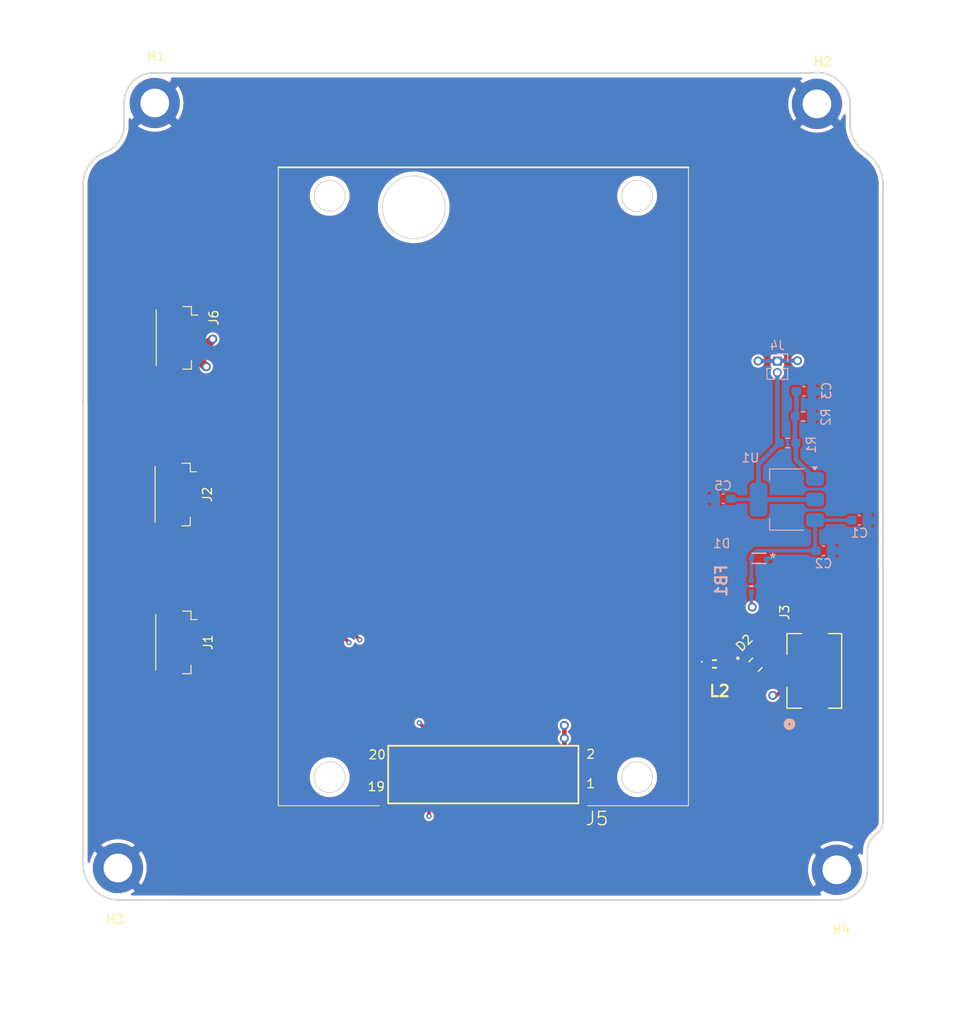
<source format=kicad_pcb>
(kicad_pcb (version 20241229) (generator "pcbnew") (generator_version "9.0")
  (layers (0 "F.Cu" signal "TOP") (4 "In1.Cu" signal) (6 "In2.Cu" signal) (2 "B.Cu" signal "BOTTOM") (13 "F.Paste" user "Top Paste") (15 "B.Paste" user "Bottom Paste") (5 "F.SilkS" user "Top Overlay") (7 "B.SilkS" user "Bottom Overlay") (1 "F.Mask" user "Top Solder") (3 "B.Mask" user "Bottom Solder") (25 "Edge.Cuts" user))
  (net 0 "")
  (net 1 "GND")
  (net 2 "Net-(D1-A2)")
  (net 3 "Net-(U1-ADJ)")
  (net 4 "Net-(J4-Pin_2)")
  (net 5 "/VBUS")
  (net 6 "/RXD1")
  (net 7 "/TXD1")
  (net 9 "/RXD2")
  (net 11 "/TXD2")
  (net 13 "/3V3")
  (net 14 "/D1_P")
  (net 15 "/D1_N")
  (net 16 "/CAN2TX")
  (net 17 "/PPS")
  (net 18 "/EVENT2_CAN1TX")
  (net 19 "/CAN2RX")
  (net 20 "/PV")
  (net 21 "/EVENT1_TXD3")
  (net 22 "/nRESET_IN")
  (net 23 "/VARF_CAN1RX")
  (net 25 "/D2_N")
  (net 26 "/D2_P")
  (footprint "MountingHole:MountingHole_3.2mm_M3_DIN965_Pad" (layer "F.Cu") (at 410.757117 248.356148)
    (property "Reference" "H2" (at 0.641017 -4.7 0) (layer "F.SilkS"))
    (property "Value" "MountingHole_Pad")
    (pad "1" thru_hole circle (at 0 0) (size 5.6 5.6) (drill 3.2) (layers "*.Cu" "*.Mask") (net 1 "GND"))
  )
  (footprint "MountingHole:MountingHole_3.2mm_M3_DIN965_Pad" (layer "F.Cu") (at 332.870117 333.456148)
    (property "Reference" "H3" (at -0.3 5.7 0) (layer "F.SilkS"))
    (property "Value" "MountingHole_Pad")
    (pad "1" thru_hole circle (at 0 0) (size 5.6 5.6) (drill 3.2) (layers "*.Cu" "*.Mask") (net 1 "GND"))
  )
  (footprint "Connector_Molex:Molex_PicoBlade_53398-0471_1x04-1MP_P1.25mm_Vertical" (layer "F.Cu") (at 339.7161 291.858605 -90)
    (property "Reference" "J2" (at 0 -3.11 90) (layer "F.SilkS"))
    (property "Value" "Conn_01x04_Pin")
    (fp_line (start -3.115 2.71) (end 3.115 2.71) (stroke (width 0.12)) (layer "F.SilkS"))
    (fp_line (start -3.485 -0.26) (end -3.485 -1.21) (stroke (width 0.12)) (layer "F.SilkS"))
    (fp_line (start 3.485 -0.26) (end 3.485 -1.21) (stroke (width 0.12)) (layer "F.SilkS"))
    (fp_line (start -3.485 -1.21) (end -2.535 -1.21) (stroke (width 0.12)) (layer "F.SilkS"))
    (fp_line (start -2.535 -1.21) (end -2.535 -1.9) (stroke (width 0.12)) (layer "F.SilkS"))
    (fp_line (start 3.485 -1.21) (end 2.535 -1.21) (stroke (width 0.12)) (layer "F.SilkS"))
    (pad "1" smd roundrect (at -1.875 -1.25 270) (size 0.8 1.3) (layers "F.Cu" "F.Mask" "F.Paste") (net 1 "GND"))
    (pad "2" smd roundrect (at -0.625 -1.25 270) (size 0.8 1.3) (layers "F.Cu" "F.Mask" "F.Paste") (net 11 "/TXD2"))
    (pad "3" smd roundrect (at 0.625 -1.25 270) (size 0.8 1.3) (layers "F.Cu" "F.Mask" "F.Paste") (net 9 "/RXD2"))
    (pad "4" smd roundrect (at 1.875 -1.25 270) (size 0.8 1.3) (layers "F.Cu" "F.Mask" "F.Paste"))
    (pad "MP" smd roundrect (at -4.425 1.5 270) (size 2.1 3) (layers "F.Cu" "F.Mask" "F.Paste") (roundrect_rratio 0.119048))
    (pad "MP" smd roundrect (at 4.425 1.5 270) (size 2.1 3) (layers "F.Cu" "F.Mask" "F.Paste") (roundrect_rratio 0.119048))
  )
  (footprint "MountingHole:MountingHole_3.2mm_M3_DIN965_Pad" (layer "F.Cu") (at 412.970117 333.656148)
    (property "Reference" "H4" (at 0.5 6.6 0) (layer "F.SilkS"))
    (property "Value" "MountingHole_Pad")
    (pad "1" thru_hole circle (at 0 0) (size 5.6 5.6) (drill 3.2) (layers "*.Cu" "*.Mask") (net 1 "GND"))
  )
  (footprint "spacelab_lib:744230900" (layer "F.Cu") (at 399.3361 310.733605 -90)
    (property "Reference" "L2" (at 3.01 -0.57 0) (layer "F.SilkS") (effects (font (size 1.27 1.27) (thickness 0.254))))
    (property "Value" "L_Iron_Coupled_1243" (hide yes))
    (fp_line (start -0.300001 1.4) (end -0.300001 1.4) (stroke (width 0.1)) (layer "F.SilkS"))
    (fp_line (start -0.2 1.4) (end -0.2 1.4) (stroke (width 0.1)) (layer "F.SilkS"))
    (fp_line (start -0.425 -0.2) (end -0.425 0.2) (stroke (width 0.2)) (layer "F.SilkS"))
    (fp_line (start 0.425 -0.2) (end 0.425 0.2) (stroke (width 0.2)) (layer "F.SilkS"))
    (fp_arc (start -0.300001 1.4) (mid -0.25 1.35) (end -0.2 1.4) (stroke (width 0.1)) (layer "F.SilkS"))
    (fp_arc (start -0.2 1.4) (mid -0.25 1.45) (end -0.300001 1.4) (stroke (width 0.1)) (layer "F.SilkS"))
    (pad "1" smd rect (at -0.25 0.725 270) (size 0.25 0.85) (layers "F.Cu" "F.Mask" "F.Paste") (net 26 "/D2_P"))
    (pad "2" smd rect (at -0.25 -0.725 270) (size 0.25 0.85) (layers "F.Cu" "F.Mask" "F.Paste") (net 14 "/D1_P"))
    (pad "3" smd rect (at 0.25 -0.725 270) (size 0.25 0.85) (layers "F.Cu" "F.Mask" "F.Paste") (net 15 "/D1_N"))
    (pad "4" smd rect (at 0.25 0.725 270) (size 0.25 0.85) (layers "F.Cu" "F.Mask" "F.Paste") (net 25 "/D2_N"))
  )
  (footprint "Connector_Molex:Molex_PicoBlade_53398-0471_1x04-1MP_P1.25mm_Vertical" (layer "F.Cu") (at 339.8461 274.408605 -90)
    (property "Reference" "J6" (at -2.25 -3.705 90) (layer "F.SilkS"))
    (property "Value" "Conn_01x04_Pin")
    (fp_line (start -3.115 2.71) (end 3.115 2.71) (stroke (width 0.12)) (layer "F.SilkS"))
    (fp_line (start -3.485 -0.26) (end -3.485 -1.21) (stroke (width 0.12)) (layer "F.SilkS"))
    (fp_line (start 3.485 -0.26) (end 3.485 -1.21) (stroke (width 0.12)) (layer "F.SilkS"))
    (fp_line (start -3.485 -1.21) (end -2.535 -1.21) (stroke (width 0.12)) (layer "F.SilkS"))
    (fp_line (start -2.535 -1.21) (end -2.535 -1.9) (stroke (width 0.12)) (layer "F.SilkS"))
    (fp_line (start 3.485 -1.21) (end 2.535 -1.21) (stroke (width 0.12)) (layer "F.SilkS"))
    (pad "1" smd roundrect (at -1.875 -1.25 270) (size 0.8 1.3) (layers "F.Cu" "F.Mask" "F.Paste") (net 1 "GND"))
    (pad "2" smd roundrect (at -0.625 -1.25 270) (size 0.8 1.3) (layers "F.Cu" "F.Mask" "F.Paste") (net 1 "GND"))
    (pad "3" smd roundrect (at 0.625 -1.25 270) (size 0.8 1.3) (layers "F.Cu" "F.Mask" "F.Paste") (net 13 "/3V3"))
    (pad "4" smd roundrect (at 1.875 -1.25 270) (size 0.8 1.3) (layers "F.Cu" "F.Mask" "F.Paste") (net 13 "/3V3"))
    (pad "MP" smd roundrect (at -4.425 1.5 270) (size 2.1 3) (layers "F.Cu" "F.Mask" "F.Paste") (roundrect_rratio 0.119048))
    (pad "MP" smd roundrect (at 4.425 1.5 270) (size 2.1 3) (layers "F.Cu" "F.Mask" "F.Paste") (roundrect_rratio 0.119048))
  )
  (footprint "spacelab_lib:CONN_10104110-0001LF_AMP" (layer "F.Cu") (at 410.467101 311.503605 90)
    (property "Reference" "J3" (at 6.510001 -3.311 90) (layer "F.SilkS"))
    (property "Value" "USB_B_Micro")
    (fp_line (start 4.1529 -3.048) (end 1.83594 -3.048) (stroke (width 0.1524)) (layer "F.SilkS"))
    (fp_line (start -1.83594 -3.048) (end -4.1529 -3.048) (stroke (width 0.1524)) (layer "F.SilkS"))
    (fp_line (start -4.1529 -3.048) (end -4.1529 -1.409441) (stroke (width 0.1524)) (layer "F.SilkS"))
    (fp_line (start 4.1529 -1.409441) (end 4.1529 -3.048) (stroke (width 0.1524)) (layer "F.SilkS"))
    (fp_line (start -4.1529 1.567439) (end -4.1529 3.048) (stroke (width 0.1524)) (layer "F.SilkS"))
    (fp_line (start 4.1529 3.048) (end 4.1529 1.567439) (stroke (width 0.1524)) (layer "F.SilkS"))
    (fp_line (start -4.1529 3.048) (end 4.1529 3.048) (stroke (width 0.1524)) (layer "F.SilkS"))
    (fp_circle (center -5.9309 -2.770999) (end -5.5499 -2.771) (stroke (width 0.508)) (fill no) (layer "F.SilkS"))
    (fp_circle (center -5.9309 -2.770999) (end -5.5499 -2.771) (stroke (width 0.508)) (fill no) (layer "B.SilkS"))
    (pad "1" smd rect (at -1.3 -2.771 90) (size 0.4064 1.397) (layers "F.Cu" "F.Mask" "F.Paste") (net 5 "/VBUS"))
    (pad "2" smd rect (at -0.649999 -2.771 90) (size 0.4064 1.397) (layers "F.Cu" "F.Mask" "F.Paste") (net 15 "/D1_N"))
    (pad "3" smd rect (at 0 -2.771 90) (size 0.4064 1.397) (layers "F.Cu" "F.Mask" "F.Paste") (net 14 "/D1_P"))
    (pad "4" smd rect (at 0.649999 -2.771 90) (size 0.4064 1.397) (layers "F.Cu" "F.Mask" "F.Paste"))
    (pad "5" smd rect (at 1.3 -2.771 90) (size 0.4064 1.397) (layers "F.Cu" "F.Mask" "F.Paste") (net 1 "GND"))
    (pad "6" smd rect (at -3.75 0.078999 180) (size 2.3114 1.905) (layers "F.Cu" "F.Mask" "F.Paste") (net 1 "GND"))
    (pad "7" smd rect (at 3.75 0.078999 180) (size 2.3114 1.905) (layers "F.Cu" "F.Mask" "F.Paste"))
    (pad "8" smd rect (at -1.15 0.078999 180) (size 1.8034 1.905) (layers "F.Cu" "F.Mask" "F.Paste"))
    (pad "9" smd rect (at 1.15 0.078999 180) (size 1.8034 1.905) (layers "F.Cu" "F.Mask" "F.Paste"))
  )
  (footprint "spacelab_lib:SOT-723_0P85X1P25_ONS-M" (layer "F.Cu") (at 403.726067 310.993638 -45)
    (property "Reference" "D2" (at -2.6 -1.1 45) (layer "F.SilkS"))
    (property "Value" "NUP2105L")
    (fp_line (start -0.7493 -0.5461) (end -0.7493 0.040397) (stroke (width 0.1524)) (layer "F.SilkS"))
    (fp_line (start 0.7493 0.040397) (end 0.7493 -0.5461) (stroke (width 0.1524)) (layer "F.SilkS"))
    (fp_circle (center -1.8923 0.6223) (end -1.7653 0.6223) (stroke (width 0.1524)) (fill no) (layer "F.SilkS"))
    (pad "1" smd rect (at -0.399999 0.622301 315) (size 0.3302 0.6096) (layers "F.Cu" "F.Mask" "F.Paste") (net 14 "/D1_P"))
    (pad "2" smd rect (at 0.399999 0.622301 315) (size 0.3302 0.6096) (layers "F.Cu" "F.Mask" "F.Paste") (net 15 "/D1_N"))
    (pad "3" smd rect (at 0 -0.622301 315) (size 0.3302 0.6096) (layers "F.Cu" "F.Mask" "F.Paste") (net 1 "GND"))
  )
  (footprint "Connector_Molex:Molex_PicoBlade_53398-0471_1x04-1MP_P1.25mm_Vertical" (layer "F.Cu") (at 339.7961 308.328605 -90)
    (property "Reference" "J1" (at 0 -3.11 90) (layer "F.SilkS"))
    (property "Value" "Conn_01x04_Pin")
    (fp_line (start -3.115 2.71) (end 3.115 2.71) (stroke (width 0.12)) (layer "F.SilkS"))
    (fp_line (start -3.485 -0.26) (end -3.485 -1.21) (stroke (width 0.12)) (layer "F.SilkS"))
    (fp_line (start 3.485 -0.26) (end 3.485 -1.21) (stroke (width 0.12)) (layer "F.SilkS"))
    (fp_line (start -3.485 -1.21) (end -2.535 -1.21) (stroke (width 0.12)) (layer "F.SilkS"))
    (fp_line (start -2.535 -1.21) (end -2.535 -1.9) (stroke (width 0.12)) (layer "F.SilkS"))
    (fp_line (start 3.485 -1.21) (end 2.535 -1.21) (stroke (width 0.12)) (layer "F.SilkS"))
    (pad "1" smd roundrect (at -1.875 -1.25 270) (size 0.8 1.3) (layers "F.Cu" "F.Mask" "F.Paste") (net 1 "GND"))
    (pad "2" smd roundrect (at -0.625 -1.25 270) (size 0.8 1.3) (layers "F.Cu" "F.Mask" "F.Paste") (net 6 "/RXD1"))
    (pad "3" smd roundrect (at 0.625 -1.25 270) (size 0.8 1.3) (layers "F.Cu" "F.Mask" "F.Paste") (net 7 "/TXD1"))
    (pad "4" smd roundrect (at 1.875 -1.25 270) (size 0.8 1.3) (layers "F.Cu" "F.Mask" "F.Paste"))
    (pad "MP" smd roundrect (at -4.425 1.5 270) (size 2.1 3) (layers "F.Cu" "F.Mask" "F.Paste") (roundrect_rratio 0.119048))
    (pad "MP" smd roundrect (at 4.425 1.5 270) (size 2.1 3) (layers "F.Cu" "F.Mask" "F.Paste") (roundrect_rratio 0.119048))
  )
  (footprint "spacelab_lib:SAMTEC-SQW-110-01-X-D-VS" (layer "F.Cu") (at 373.58135 323.051606 180)
    (property "Reference" "J5" (at -12.6675 -4.89651 180) (layer "F.SilkS") (effects (font (size 1.5 1.5))))
    (property "Value" "Conn_01x20_Socket")
    (fp_line (start 10.599 3.20901) (end 10.599 -3.20901) (stroke (width 0.2)) (layer "F.SilkS"))
    (fp_line (start 10.599 -3.20901) (end -10.599 -3.20901) (stroke (width 0.2)) (layer "F.SilkS"))
    (fp_line (start -10.599 3.20901) (end 10.599 3.20901) (stroke (width 0.2)) (layer "F.SilkS"))
    (fp_line (start -10.599 -3.20901) (end -10.599 3.20901) (stroke (width 0.2)) (layer "F.SilkS"))
    (fp_text user "1" (at -11.969 -1.003 180) (layer "F.SilkS"))
    (fp_text user "19" (at 11.91525 -1.341999 180) (layer "F.SilkS"))
    (fp_text user "20" (at 11.82525 2.208001 180) (layer "F.SilkS"))
    (fp_text user "2" (at -11.969 2.27299 180) (layer "F.SilkS"))
    (pad "1" smd rect (at -9.00001 -1.638 180) (size 1.016 2.24) (layers "F.Cu" "F.Paste"))
    (pad "2" smd rect (at -9.00001 1.638 180) (size 1.016 2.24) (layers "F.Cu" "F.Paste") (net 13 "/3V3"))
    (pad "3" smd rect (at -7.00001 -1.638 180) (size 1.016 2.24) (layers "F.Cu" "F.Paste") (net 25 "/D2_N"))
    (pad "4" smd rect (at -7.00001 1.638 180) (size 1.016 2.24) (layers "F.Cu" "F.Paste") (net 26 "/D2_P"))
    (pad "5" smd rect (at -4.99999 -1.638 180) (size 1.016 2.24) (layers "F.Cu" "F.Paste") (net 22 "/nRESET_IN"))
    (pad "6" smd rect (at -4.99999 1.638 180) (size 1.016 2.24) (layers "F.Cu" "F.Paste") (net 23 "/VARF_CAN1RX"))
    (pad "7" smd rect (at -2.99999 -1.638 180) (size 1.016 2.24) (layers "F.Cu" "F.Paste") (net 18 "/EVENT2_CAN1TX"))
    (pad "8" smd rect (at -2.99999 1.638 180) (size 1.016 2.24) (layers "F.Cu" "F.Paste") (net 19 "/CAN2RX"))
    (pad "9" smd rect (at -0.999998 -1.638 180) (size 1.016 2.24) (layers "F.Cu" "F.Paste") (net 21 "/EVENT1_TXD3"))
    (pad "10" smd rect (at -0.999998 1.638 180) (size 1.016 2.24) (layers "F.Cu" "F.Paste") (net 1 "GND"))
    (pad "11" smd rect (at 0.999998 -1.638 180) (size 1.016 2.24) (layers "F.Cu" "F.Paste") (net 7 "/TXD1"))
    (pad "12" smd rect (at 0.999998 1.638 180) (size 1.016 2.24) (layers "F.Cu" "F.Paste") (net 6 "/RXD1"))
    (pad "13" smd rect (at 2.99999 -1.638 180) (size 1.016 2.24) (layers "F.Cu" "F.Paste") (net 1 "GND"))
    (pad "14" smd rect (at 2.99999 1.638 180) (size 1.016 2.24) (layers "F.Cu" "F.Paste") (net 11 "/TXD2"))
    (pad "15" smd rect (at 4.99999 -1.638 180) (size 1.016 2.24) (layers "F.Cu" "F.Paste") (net 9 "/RXD2"))
    (pad "16" smd rect (at 4.99999 1.638 180) (size 1.016 2.24) (layers "F.Cu" "F.Paste") (net 1 "GND"))
    (pad "17" smd rect (at 7.00001 -1.638 180) (size 1.016 2.24) (layers "F.Cu" "F.Paste") (net 20 "/PV"))
    (pad "18" smd rect (at 7.00001 1.638 180) (size 1.016 2.24) (layers "F.Cu" "F.Paste") (net 1 "GND"))
    (pad "19" smd rect (at 9.00001 -1.638 180) (size 1.016 2.24) (layers "F.Cu" "F.Paste") (net 17 "/PPS"))
    (pad "20" smd rect (at 9.00001 1.638 180) (size 1.016 2.24) (layers "F.Cu" "F.Paste") (net 16 "/CAN2TX"))
  )
  (footprint "MountingHole:MountingHole_3.2mm_M3_DIN965_Pad" (layer "F.Cu") (at 336.970117 248.256148)
    (property "Reference" "H1" (at 0.110983 -5.2 0) (layer "F.SilkS"))
    (property "Value" "MountingHole_Pad")
    (pad "1" thru_hole circle (at 0 0) (size 5.6 5.6) (drill 3.2) (layers "*.Cu" "*.Mask") (net 1 "GND"))
  )
  (footprint "Capacitor_SMD:C_0603_1608Metric_Pad1.08x0.95mm_HandSolder" (layer "B.Cu") (at 400.296101 292.318605 180)
    (property "Reference" "C5" (at 0 1.43 0) (layer "B.SilkS") (effects (justify mirror)))
    (property "Value" "100uF")
    (fp_line (start -0.146267 0.51) (end 0.146267 0.51) (stroke (width 0.12)) (layer "B.SilkS"))
    (fp_line (start -0.146267 -0.51) (end 0.146267 -0.51) (stroke (width 0.12)) (layer "B.SilkS"))
    (pad "1" smd roundrect (at -0.862501 0 180) (size 1.075 0.95) (layers "B.Cu" "B.Mask" "B.Paste") (net 4 "Net-(J4-Pin_2)"))
    (pad "2" smd roundrect (at 0.862501 0 180) (size 1.075 0.95) (layers "B.Cu" "B.Mask" "B.Paste") (net 1 "GND"))
  )
  (footprint "spacelab_lib:BEADC1005X55N" (layer "B.Cu") (at 403.446101 302.068605 90)
    (property "Reference" "FB1" (at 0.6 -3.35 90) (layer "B.SilkS") (effects (font (size 1.27 1.27) (thickness 0.254)) (justify mirror)))
    (property "Value" "MMZ1005B800CTD25" (hide yes))
    (fp_line (start 0 0.15) (end 0 -0.15) (stroke (width 0.2)) (layer "B.SilkS"))
    (pad "1" smd rect (at -0.649999 0 90) (size 0.55 0.6) (layers "B.Cu" "B.Mask" "B.Paste") (net 5 "/VBUS"))
    (pad "2" smd rect (at 0.649999 0 90) (size 0.55 0.6) (layers "B.Cu" "B.Mask" "B.Paste") (net 2 "Net-(D1-A2)"))
  )
  (footprint "Capacitor_SMD:C_0603_1608Metric_Pad1.08x0.95mm_HandSolder" (layer "B.Cu") (at 411.4961 298.118605)
    (property "Reference" "C2" (at 0 1.43 0) (layer "B.SilkS") (effects (justify mirror)))
    (property "Value" "10uF")
    (fp_line (start -0.146267 -0.51) (end 0.146267 -0.51) (stroke (width 0.12)) (layer "B.SilkS"))
    (fp_line (start -0.146267 0.51) (end 0.146267 0.51) (stroke (width 0.12)) (layer "B.SilkS"))
    (pad "1" smd roundrect (at -0.862501 0) (size 1.075 0.95) (layers "B.Cu" "B.Mask" "B.Paste") (net 2 "Net-(D1-A2)"))
    (pad "2" smd roundrect (at 0.862501 0) (size 1.075 0.95) (layers "B.Cu" "B.Mask" "B.Paste") (net 1 "GND"))
  )
  (footprint "Resistor_SMD:R_0603_1608Metric_Pad0.98x0.95mm_HandSolder" (layer "B.Cu") (at 407.496099 286.118605)
    (property "Reference" "R1" (at 2.630001 0.205 90) (layer "B.SilkS") (effects (justify mirror)))
    (property "Value" "120" (hide yes))
    (fp_line (start -0.254724 -0.5225) (end 0.254724 -0.5225) (stroke (width 0.12)) (layer "B.SilkS"))
    (fp_line (start -0.254724 0.5225) (end 0.254724 0.5225) (stroke (width 0.12)) (layer "B.SilkS"))
    (pad "1" smd roundrect (at -0.9125 0) (size 0.975 0.95) (layers "B.Cu" "B.Mask" "B.Paste") (net 4 "Net-(J4-Pin_2)"))
    (pad "2" smd roundrect (at 0.9125 0) (size 0.975 0.95) (layers "B.Cu" "B.Mask" "B.Paste") (net 3 "Net-(U1-ADJ)"))
  )
  (footprint "Package_TO_SOT_SMD:SOT-223-3_TabPin2" (layer "B.Cu") (at 407.3961 292.418607 180)
    (property "Reference" "U1" (at 4.05 4.65 0) (layer "B.SilkS") (effects (justify mirror)))
    (property "Value" "LM1117MP-ADJ")
    (fp_line (start 1.91 3.41) (end 1.91 2.150001) (stroke (width 0.12)) (layer "B.SilkS"))
    (fp_line (start 1.91 -3.41) (end 1.91 -2.150001) (stroke (width 0.12)) (layer "B.SilkS"))
    (fp_line (start -1.85 3.410001) (end 1.91 3.41) (stroke (width 0.12)) (layer "B.SilkS"))
    (fp_line (start -1.85 -3.410001) (end 1.91 -3.41) (stroke (width 0.12)) (layer "B.SilkS"))
    (fp_poly (pts (xy -3.13 3.31) (xy -3.37 3.64) (xy -2.89 3.64) (xy -3.13 3.31)) (stroke (width 0.12)) (fill yes) (layer "B.SilkS"))
    (pad "1" smd roundrect (at -3.15 2.3 180) (size 2 1.5) (layers "B.Cu" "B.Mask" "B.Paste") (net 3 "Net-(U1-ADJ)"))
    (pad "2" smd roundrect (at -3.149999 0 180) (size 2 1.5) (layers "B.Cu" "B.Mask" "B.Paste") (net 4 "Net-(J4-Pin_2)"))
    (pad "2" smd roundrect (at 3.149999 0 180) (size 2 3.8) (layers "B.Cu" "B.Mask" "B.Paste") (net 4 "Net-(J4-Pin_2)"))
    (pad "3" smd roundrect (at -3.15 -2.3 180) (size 2 1.5) (layers "B.Cu" "B.Mask" "B.Paste") (net 2 "Net-(D1-A2)"))
  )
  (footprint "Capacitor_SMD:C_0603_1608Metric_Pad1.08x0.95mm_HandSolder" (layer "B.Cu") (at 409.3261 280.363605)
    (property "Reference" "C3" (at 2.517502 -0.07 90) (layer "B.SilkS") (effects (justify mirror)))
    (property "Value" "10uF")
    (fp_line (start -0.146267 -0.51) (end 0.146267 -0.51) (stroke (width 0.12)) (layer "B.SilkS"))
    (fp_line (start -0.146267 0.51) (end 0.146267 0.51) (stroke (width 0.12)) (layer "B.SilkS"))
    (pad "1" smd roundrect (at -0.862501 0) (size 1.075 0.95) (layers "B.Cu" "B.Mask" "B.Paste") (net 3 "Net-(U1-ADJ)"))
    (pad "2" smd roundrect (at 0.862501 0) (size 1.075 0.95) (layers "B.Cu" "B.Mask" "B.Paste") (net 1 "GND"))
  )
  (footprint "Connector_PinHeader_1.27mm:PinHeader_1x02_P1.27mm_Vertical" (layer "B.Cu") (at 406.3461 277.008605 180)
    (property "Reference" "J4" (at 0 1.745 0) (layer "B.SilkS") (effects (justify mirror)))
    (property "Value" "Conn_01x02_Pin")
    (fp_line (start 1.159999 -0.81) (end 1.16 -2.015) (stroke (width 0.12)) (layer "B.SilkS"))
    (fp_line (start 0.666708 -0.81) (end 1.159999 -0.81) (stroke (width 0.12)) (layer "B.SilkS"))
    (fp_line (start 0.317923 -2.015) (end 1.16 -2.015) (stroke (width 0.12)) (layer "B.SilkS"))
    (fp_line (start -1.159999 0.81) (end 0 0.809999) (stroke (width 0.12)) (layer "B.SilkS"))
    (fp_line (start -1.159999 -0.81) (end -0.666708 -0.81) (stroke (width 0.12)) (layer "B.SilkS"))
    (fp_line (start -1.159999 -0.81) (end -1.16 -2.015) (stroke (width 0.12)) (layer "B.SilkS"))
    (fp_line (start -1.16 0) (end -1.159999 0.81) (stroke (width 0.12)) (layer "B.SilkS"))
    (fp_line (start -1.16 -2.015) (end -0.317923 -2.015) (stroke (width 0.12)) (layer "B.SilkS"))
    (pad "1" thru_hole rect (at 0 0 180) (size 1 1) (drill 0.65) (layers "F&B.Cu" "*.Mask") (net 13 "/3V3"))
    (pad "2" thru_hole circle (at 0 -1.270001 180) (size 1 1) (drill 0.65) (layers "F&B.Cu" "*.Mask") (net 4 "Net-(J4-Pin_2)"))
  )
  (footprint "spacelab_lib:SOD-523_0P9X1P3_ONS-M" (layer "B.Cu") (at 404.2961 298.968605 180)
    (property "Reference" "D1" (at 4.15 1.65 0) (layer "B.SilkS") (effects (justify mirror)))
    (property "Value" "ESD9B5.0ST5G")
    (fp_line (start 0.7747 0.5715) (end -0.7747 0.5715) (stroke (width 0.1524)) (layer "B.SilkS"))
    (fp_line (start -0.7747 -0.5715) (end 0.7747 -0.5715) (stroke (width 0.1524)) (layer "B.SilkS"))
    (fp_text user "*" (at -1.5367 0 0) (layer "B.SilkS") (effects (justify mirror)))
    (fp_text user "*" (at -1.5367 0 0) (layer "B.SilkS") (effects (justify mirror)))
    (pad "1" smd rect (at -0.8509 0 180) (size 0.6096 0.4064) (layers "B.Cu" "B.Mask" "B.Paste") (net 1 "GND"))
    (pad "2" smd rect (at 0.8509 0 180) (size 0.6096 0.4064) (layers "B.Cu" "B.Mask" "B.Paste") (net 2 "Net-(D1-A2)"))
    (zone (net 0) (net_name "") (layer "B.Cu") (connect_pads (clearance 0)) (min_thickness 0.254)
      (keepout (tracks not_allowed) (vias not_allowed) (pads allowed) (copperpour not_allowed) (footprints allowed))
      (fill (thermal_gap 0.508) (thermal_bridge_width 0.508))
      (polygon (pts (xy 404.7914 298.574905) (xy 403.8008 298.574905) (xy 403.8008 299.362305) (xy 404.7914 299.362305)))
    )
  )
  (footprint "Resistor_SMD:R_0603_1608Metric_Pad0.98x0.95mm_HandSolder" (layer "B.Cu") (at 409.228599 283.163605)
    (property "Reference" "R2" (at 2.527501 0.08 90) (layer "B.SilkS") (effects (justify mirror)))
    (property "Value" "200")
    (fp_line (start -0.254724 -0.5225) (end 0.254724 -0.5225) (stroke (width 0.12)) (layer "B.SilkS"))
    (fp_line (start -0.254724 0.5225) (end 0.254724 0.5225) (stroke (width 0.12)) (layer "B.SilkS"))
    (pad "1" smd roundrect (at -0.9125 0) (size 0.975 0.95) (layers "B.Cu" "B.Mask" "B.Paste") (net 3 "Net-(U1-ADJ)"))
    (pad "2" smd roundrect (at 0.9125 0) (size 0.975 0.95) (layers "B.Cu" "B.Mask" "B.Paste") (net 1 "GND"))
  )
  (footprint "Capacitor_SMD:C_0603_1608Metric_Pad1.08x0.95mm_HandSolder" (layer "B.Cu") (at 415.496098 294.718605)
    (property "Reference" "C1" (at 0 1.43 0) (layer "B.SilkS") (effects (justify mirror)))
    (property "Value" "1uF")
    (fp_line (start -0.146267 -0.51) (end 0.146267 -0.51) (stroke (width 0.12)) (layer "B.SilkS"))
    (fp_line (start -0.146267 0.51) (end 0.146267 0.51) (stroke (width 0.12)) (layer "B.SilkS"))
    (pad "1" smd roundrect (at -0.862501 0) (size 1.075 0.95) (layers "B.Cu" "B.Mask" "B.Paste") (net 2 "Net-(D1-A2)"))
    (pad "2" smd roundrect (at 0.862501 0) (size 1.075 0.95) (layers "B.Cu" "B.Mask" "B.Paste") (net 1 "GND"))
  )
  (gr_line (start 396.44135 326.521605) (end 385.2061 326.521605) (stroke (width 0.1)) (layer "F.SilkS"))
  (gr_line (start 350.74135 255.421605) (end 350.74135 326.521605) (stroke (width 0.1)) (layer "F.SilkS"))
  (gr_line (start 396.44135 255.421605) (end 396.44135 326.521605) (stroke (width 0.1)) (layer "F.SilkS"))
  (gr_line (start 350.74135 326.521605) (end 361.9766 326.521605) (stroke (width 0.1)) (layer "F.SilkS"))
  (gr_line (start 396.44135 255.421605) (end 350.74135 255.421605) (stroke (width 0.2)) (layer "F.SilkS"))
  (gr_arc (start 415.58758 253.283251) (mid 414.83103 252.226726) (end 414.459884 250.981383) (stroke (width 0.2)) (layer "Edge.Cuts"))
  (gr_line (start 329.0011 299.945855) (end 329.0011 281.944855) (stroke (width 0.2)) (layer "Edge.Cuts"))
  (gr_line (start 402.5641 337.029355) (end 344.6081 337.029355) (stroke (width 0.2)) (layer "Edge.Cuts"))
  (gr_circle (center 356.46135 323.341603) (end 358.18635 323.341603) (stroke (width 0.1)) (fill no) (layer "Edge.Cuts"))
  (gr_arc (start 416.866574 254.31814) (mid 417.848539 255.828636) (end 418.129817 257.60816) (stroke (width 0.2)) (layer "Edge.Cuts"))
  (gr_arc (start 328.99287 257.068512) (mid 329.475761 255.456525) (end 330.57324 254.18089) (stroke (width 0.2)) (layer "Edge.Cuts"))
  (gr_line (start 364.5871 244.913855) (end 337.0811 244.913855) (stroke (width 0.2)) (layer "Edge.Cuts"))
  (gr_line (start 333.5661 248.072855) (end 333.5661 250.966855) (stroke (width 0.2)) (layer "Edge.Cuts"))
  (gr_line (start 416.8664 254.317855) (end 415.5876 253.282855) (stroke (width 0.2)) (layer "Edge.Cuts"))
  (gr_line (start 418.1319 328.225355) (end 418.1319 299.943855) (stroke (width 0.2)) (layer "Edge.Cuts"))
  (gr_circle (center 356.46135 258.601605) (end 354.73635 258.601605) (stroke (width 0.1)) (fill no) (layer "Edge.Cuts"))
  (gr_arc (start 333.566502 248.073081) (mid 334.651395 245.745662) (end 337.080849 244.914017) (stroke (width 0.2)) (layer "Edge.Cuts"))
  (gr_circle (center 365.83135 259.871605) (end 369.33135 259.871605) (stroke (width 0.1)) (fill no) (layer "Edge.Cuts"))
  (gr_arc (start 333.566507 250.967086) (mid 333.085877 252.392907) (end 332.024917 253.459851) (stroke (width 0.2)) (layer "Edge.Cuts"))
  (gr_circle (center 390.72135 258.601607) (end 388.99635 258.601607) (stroke (width 0.1)) (fill no) (layer "Edge.Cuts"))
  (gr_circle (center 390.72135 323.341605) (end 392.44635 323.341605) (stroke (width 0.1)) (fill no) (layer "Edge.Cuts"))
  (gr_line (start 414.4599 250.980855) (end 414.4599 248.067855) (stroke (width 0.2)) (layer "Edge.Cuts"))
  (gr_line (start 417.1259 329.907655) (end 417.6809 329.387355) (stroke (width 0.2)) (layer "Edge.Cuts"))
  (gr_arc (start 332.864441 337.013993) (mid 330.217193 335.879956) (end 329.001467 333.269223) (stroke (width 0.2)) (layer "Edge.Cuts"))
  (gr_arc (start 416.379937 331.416538) (mid 416.6185 330.595621) (end 417.125991 329.907684) (stroke (width 0.2)) (layer "Edge.Cuts"))
  (gr_line (start 418.1296 281.936855) (end 418.1296 299.943855) (stroke (width 0.2)) (layer "Edge.Cuts"))
  (gr_line (start 410.1691 244.913855) (end 382.6061 244.913855) (stroke (width 0.2)) (layer "Edge.Cuts"))
  (gr_line (start 328.9931 257.068855) (end 328.9931 281.944855) (stroke (width 0.2)) (layer "Edge.Cuts"))
  (gr_line (start 332.8641 337.013955) (end 344.6081 337.029355) (stroke (width 0.2)) (layer "Edge.Cuts"))
  (gr_line (start 402.5641 337.029355) (end 413.1541 337.029355) (stroke (width 0.2)) (layer "Edge.Cuts"))
  (gr_arc (start 416.37963 333.784378) (mid 415.425729 336.062083) (end 413.153666 337.029321) (stroke (width 0.2)) (layer "Edge.Cuts"))
  (gr_line (start 418.1296 281.936855) (end 418.1296 257.607855) (stroke (width 0.2)) (layer "Edge.Cuts"))
  (gr_arc (start 418.13191 328.225346) (mid 418.015243 328.848563) (end 417.680985 329.387337) (stroke (width 0.2)) (layer "Edge.Cuts"))
  (gr_arc (start 410.169714 244.913829) (mid 412.973896 245.594618) (end 414.460086 248.068077) (stroke (width 0.2)) (layer "Edge.Cuts"))
  (gr_line (start 329.0011 299.945855) (end 329.0011 333.269255) (stroke (width 0.2)) (layer "Edge.Cuts"))
  (gr_line (start 416.3799 333.784355) (end 416.3799 331.416455) (stroke (width 0.2)) (layer "Edge.Cuts"))
  (gr_line (start 332.0251 253.459855) (end 330.5731 254.180855) (stroke (width 0.2)) (layer "Edge.Cuts"))
  (gr_line (start 364.5871 244.913855) (end 382.6061 244.913855) (stroke (width 0.2)) (layer "Edge.Cuts"))
  (segment (start 403.4452 298.646247) (end 403.4452 298.968605) (width 0.4) (layer "B.Cu") (net 2))
  (segment (start 403.4452 301.417705) (end 403.446101 301.418606) (width 0.4) (layer "B.Cu") (net 2))
  (segment (start 410.633599 298.118605) (end 403.972842 298.118605) (width 0.4) (layer "B.Cu") (net 2))
  (segment (start 403.4452 298.968605) (end 403.4452 301.417705) (width 0.4) (layer "B.Cu") (net 2))
  (segment (start 414.633597 294.718605) (end 410.546102 294.718605) (width 0.4) (layer "B.Cu") (net 2))
  (segment (start 410.546102 294.718605) (end 410.5461 294.718607) (width 0.4) (layer "B.Cu") (net 2))
  (segment (start 410.5461 294.718607) (end 410.5461 298.031106) (width 0.4) (layer "B.Cu") (net 2))
  (segment (start 403.972842 298.118605) (end 403.4452 298.646247) (width 0.4) (layer "B.Cu") (net 2))
  (segment (start 410.5461 298.031106) (end 410.633599 298.118605) (width 0.4) (layer "B.Cu") (net 2))
  (segment (start 408.2961 283.431105) (end 408.2961 286.006105) (width 0.5) (layer "B.Cu") (net 3))
  (segment (start 408.4086 286.118605) (end 408.4086 287.981106) (width 0.5) (layer "B.Cu") (net 3))
  (segment (start 408.466098 280.366104) (end 408.466098 283.013605) (width 0.5) (layer "B.Cu") (net 3))
  (segment (start 408.463599 280.363605) (end 408.466098 280.366104) (width 0.5) (layer "B.Cu") (net 3))
  (segment (start 408.4086 287.981106) (end 410.546099 290.118605) (width 0.5) (layer "B.Cu") (net 3))
  (segment (start 408.2961 286.006105) (end 408.4086 286.118605) (width 0.5) (layer "B.Cu") (net 3))
  (segment (start 408.466098 283.013605) (end 408.316098 283.163605) (width 0.5) (layer "B.Cu") (net 3))
  (segment (start 401.258604 292.418607) (end 401.158602 292.318605) (width 0.4) (layer "B.Cu") (net 4))
  (segment (start 406.5836 286.131104) (end 404.246101 288.468605) (width 0.5) (layer "B.Cu") (net 4))
  (segment (start 404.246101 288.468605) (end 404.2461 292.418604) (width 0.5) (layer "B.Cu") (net 4))
  (segment (start 404.2461 292.418604) (end 410.5461 292.418605) (width 0.5) (layer "B.Cu") (net 4))
  (segment (start 406.3461 278.673605) (end 406.3661 278.653605) (width 0.5) (layer "B.Cu") (net 4))
  (segment (start 404.246101 292.418607) (end 401.258604 292.418607) (width 0.4) (layer "B.Cu") (net 4))
  (segment (start 406.583599 286.118605) (end 406.5836 286.131104) (width 0.5) (layer "B.Cu") (net 4))
  (segment (start 406.583599 286.118605) (end 406.3461 285.881106) (width 0.5) (layer "B.Cu") (net 4))
  (segment (start 406.3461 285.881106) (end 406.3461 278.673605) (width 0.5) (layer "B.Cu") (net 4))
  (segment (start 407.696101 312.803605) (end 406.266101 314.233605) (width 0.4) (layer "F.Cu") (net 5))
  (segment (start 406.266101 314.233605) (end 405.8461 314.233605) (width 0.4) (layer "F.Cu") (net 5))
  (via (at 405.8361 314.233605) (size 1) (drill 0.6) (layers "F.Cu" "B.Cu") (net 5))
  (via (at 403.5461 304.393605) (size 1) (drill 0.6) (layers "F.Cu" "B.Cu") (net 5))
  (segment (start 403.446101 304.293606) (end 403.5461 304.393605) (width 0.4) (layer "B.Cu") (net 5))
  (segment (start 403.446101 302.718604) (end 403.446101 304.293606) (width 0.4) (layer "B.Cu") (net 5))
  (segment (start 355.7861 315.483605) (end 348.0061 307.703605) (width 0.4) (layer "F.Cu") (net 6))
  (segment (start 372.581352 320.268857) (end 367.7961 315.483605) (width 0.4) (layer "F.Cu") (net 6))
  (segment (start 348.0061 307.703605) (end 341.0461 307.703605) (width 0.4) (layer "F.Cu") (net 6))
  (segment (start 367.7961 315.483605) (end 355.7861 315.483605) (width 0.4) (layer "F.Cu") (net 6))
  (segment (start 372.581352 322.051608) (end 372.581352 320.268857) (width 0.4) (layer "F.Cu") (net 6))
  (segment (start 347.8761 308.953605) (end 361.7161 322.793605) (width 0.4) (layer "F.Cu") (net 7))
  (segment (start 361.7161 322.793605) (end 361.7161 326.253605) (width 0.4) (layer "F.Cu") (net 7))
  (segment (start 372.581352 325.958353) (end 372.581352 324.689606) (width 0.4) (layer "F.Cu") (net 7))
  (segment (start 341.0461 308.953605) (end 347.8761 308.953605) (width 0.4) (layer "F.Cu") (net 7))
  (segment (start 365.1861 329.723605) (end 368.8161 329.723605) (width 0.4) (layer "F.Cu") (net 7))
  (segment (start 368.8161 329.723605) (end 372.581352 325.958353) (width 0.4) (layer "F.Cu") (net 7))
  (segment (start 361.7161 326.253605) (end 365.1861 329.723605) (width 0.4) (layer "F.Cu") (net 7))
  (segment (start 342.7461 292.483605) (end 340.9661 292.483605) (width 0.4) (layer "F.Cu") (net 9))
  (segment (start 367.5261 327.683605) (end 367.5261 326.443605) (width 0.4) (layer "F.Cu") (net 9))
  (segment (start 358.6161 308.353605) (end 342.7461 292.483605) (width 0.4) (layer "F.Cu") (net 9))
  (segment (start 367.5261 326.443605) (end 368.58136 325.388345) (width 0.4) (layer "F.Cu") (net 9))
  (segment (start 368.58136 325.388345) (end 368.58136 324.689606) (width 0.4) (layer "F.Cu") (net 9))
  (via (at 367.5261 327.683605) (size 0.6) (drill 0.3) (layers "F.Cu" "B.Cu") (net 9))
  (via (at 358.6161 308.353605) (size 0.6) (drill 0.3) (layers "F.Cu" "B.Cu") (net 9))
  (segment (start 343.0061 291.233605) (end 340.9661 291.233605) (width 0.4) (layer "F.Cu") (net 11))
  (segment (start 359.8061 308.033605) (end 343.0061 291.233605) (width 0.4) (layer "F.Cu") (net 11))
  (segment (start 367.8561 318.693605) (end 368.5861 318.693605) (width 0.4) (layer "F.Cu") (net 11))
  (segment (start 368.5861 318.693605) (end 370.58136 320.688865) (width 0.4) (layer "F.Cu") (net 11))
  (segment (start 366.4561 317.293605) (end 367.8561 318.693605) (width 0.4) (layer "F.Cu") (net 11))
  (segment (start 370.58136 320.688865) (end 370.58136 321.413606) (width 0.4) (layer "F.Cu") (net 11))
  (via (at 359.8061 308.033605) (size 0.6) (drill 0.3) (layers "F.Cu" "B.Cu") (net 11))
  (via (at 366.4561 317.293605) (size 0.6) (drill 0.3) (layers "F.Cu" "B.Cu") (net 11))
  (segment (start 342.941099 275.033605) (end 341.0961 275.033605) (width 1) (layer "F.Cu") (net 13))
  (segment (start 382.6161 317.573605) (end 382.6161 321.378866) (width 0.5) (layer "F.Cu") (net 13))
  (segment (start 341.3211 276.283606) (end 341.0961 276.283604) (width 1) (layer "F.Cu") (net 13))
  (segment (start 382.6161 321.378866) (end 382.58136 321.413606) (width 0.5) (layer "F.Cu") (net 13))
  (segment (start 343.431099 274.543605) (end 342.941099 275.033605) (width 1) (layer "F.Cu") (net 13))
  (segment (start 342.661099 277.623606) (end 341.3211 276.283606) (width 1) (layer "F.Cu") (net 13))
  (segment (start 342.711099 277.623605) (end 342.661099 277.623606) (width 1) (layer "F.Cu") (net 13))
  (via (at 343.431099 274.543605) (size 1) (drill 0.6) (layers "F.Cu" "B.Cu") (net 13))
  (via (at 404.1961 276.993605) (size 1) (drill 0.6) (layers "F.Cu" "B.Cu") (net 13))
  (via (at 342.711099 277.623605) (size 1) (drill 0.6) (layers "F.Cu" "B.Cu") (net 13))
  (via (at 382.6161 319.013605) (size 1) (drill 0.6) (layers "F.Cu" "B.Cu") (net 13))
  (via (at 382.6161 317.573605) (size 1) (drill 0.6) (layers "F.Cu" "B.Cu") (net 13))
  (via (at 408.5961 276.953605) (size 1) (drill 0.6) (layers "F.Cu" "B.Cu") (net 13))
  (segment (start 408.5961 276.953605) (end 406.2911 276.953605) (width 0.5) (layer "B.Cu") (net 13))
  (segment (start 404.1961 276.993605) (end 406.3311 276.993605) (width 0.5) (layer "B.Cu") (net 13))
  (segment (start 406.3311 276.993605) (end 406.3461 277.008605) (width 0.5) (layer "B.Cu") (net 13))
  (segment (start 406.2911 276.953605) (end 406.3461 277.008605) (width 0.5) (layer "B.Cu") (net 13))
  (segment (start 404.386899 311.684404) (end 403.7461 311.043605) (width 0.13) (layer "F.Cu") (net 14))
  (segment (start 400.1211 310.543605) (end 400.0611 310.483605) (width 0.13) (layer "F.Cu") (net 14))
  (segment (start 403.110416 311.043605) (end 403.003192 311.150829) (width 0.13) (layer "F.Cu") (net 14))
  (segment (start 403.7461 311.043605) (end 403.110416 311.043605) (width 0.13) (layer "F.Cu") (net 14))
  (segment (start 402.395968 310.543605) (end 400.1211 310.543605) (width 0.13) (layer "F.Cu") (net 14))
  (segment (start 407.696101 311.503605) (end 407.515302 311.684404) (width 0.13) (layer "F.Cu") (net 14))
  (segment (start 407.515302 311.684404) (end 404.386899 311.684404) (width 0.13) (layer "F.Cu") (net 14))
  (segment (start 403.003192 311.150829) (end 402.395968 310.543605) (width 0.13) (layer "F.Cu") (net 14))
  (segment (start 407.696101 312.153604) (end 404.136099 312.153604) (width 0.13) (layer "F.Cu") (net 15))
  (segment (start 403.699008 311.716513) (end 403.568876 311.716513) (width 0.13) (layer "F.Cu") (net 15))
  (segment (start 400.1211 310.923605) (end 400.0611 310.983605) (width 0.13) (layer "F.Cu") (net 15))
  (segment (start 404.136099 312.153604) (end 403.699008 311.716513) (width 0.13) (layer "F.Cu") (net 15))
  (segment (start 402.404923 311.122428) (end 402.2061 310.923605) (width 0.13) (layer "F.Cu") (net 15))
  (segment (start 402.794227 311.749098) (end 402.404923 311.359794) (width 0.13) (layer "F.Cu") (net 15))
  (segment (start 402.2061 310.923605) (end 400.1211 310.923605) (width 0.13) (layer "F.Cu") (net 15))
  (segment (start 402.404923 311.359794) (end 402.404923 311.122428) (width 0.13) (layer "F.Cu") (net 15))
  (segment (start 403.568876 311.716513) (end 403.536291 311.749098) (width 0.13) (layer "F.Cu") (net 15))
  (segment (start 403.536291 311.749098) (end 402.794227 311.749098) (width 0.13) (layer "F.Cu") (net 15))
  (segment (start 380.58136 324.118345) (end 380.58136 324.689606) (width 0.13) (layer "F.Cu") (net 25))
  (segment (start 385.826801 323.241606) (end 381.458099 323.241606) (width 0.13) (layer "F.Cu") (net 25))
  (segment (start 381.458099 323.241606) (end 380.58136 324.118345) (width 0.13) (layer "F.Cu") (net 25))
  (segment (start 397.973599 310.983605) (end 397.913599 310.923605) (width 0.13) (layer "F.Cu") (net 25))
  (segment (start 387.9861 321.082307) (end 385.826801 323.241606) (width 0.13) (layer "F.Cu") (net 25))
  (segment (start 387.9861 320.182307) (end 387.9861 321.082307) (width 0.13) (layer "F.Cu") (net 25))
  (segment (start 397.244802 310.923605) (end 387.9861 320.182307) (width 0.13) (layer "F.Cu") (net 25))
  (segment (start 397.913599 310.923605) (end 397.244802 310.923605) (width 0.13) (layer "F.Cu") (net 25))
  (segment (start 398.6111 310.983605) (end 397.973599 310.983605) (width 0.13) (layer "F.Cu") (net 25))
  (segment (start 385.669397 322.861606) (end 381.424099 322.861606) (width 0.13) (layer "F.Cu") (net 26))
  (segment (start 387.6061 320.024903) (end 387.6061 320.924903) (width 0.13) (layer "F.Cu") (net 26))
  (segment (start 397.973599 310.483605) (end 397.913599 310.543605) (width 0.13) (layer "F.Cu") (net 26))
  (segment (start 398.6111 310.483605) (end 397.973599 310.483605) (width 0.13) (layer "F.Cu") (net 26))
  (segment (start 380.58136 322.018867) (end 380.58136 321.413606) (width 0.13) (layer "F.Cu") (net 26))
  (segment (start 381.424099 322.861606) (end 380.58136 322.018867) (width 0.13) (layer "F.Cu") (net 26))
  (segment (start 397.913599 310.543605) (end 397.087398 310.543605) (width 0.13) (layer "F.Cu") (net 26))
  (segment (start 387.6061 320.924903) (end 385.669397 322.861606) (width 0.13) (layer "F.Cu") (net 26))
  (segment (start 397.087398 310.543605) (end 387.6061 320.024903) (width 0.13) (layer "F.Cu") (net 26))
  (zone (net 1) (net_name "GND") (layers "F.Cu" "B.Cu" "In1.Cu") (priority 23) (connect_pads (clearance 0.25)) (min_thickness 0.25) (fill yes (thermal_gap 0.4) (thermal_bridge_width 1))
    (polygon (pts (xy 319.7261 240.856148) (xy 319.7261 350.856148) (xy 424.7261 350.856148) (xy 424.7261 240.856148)))
  )
)
</source>
